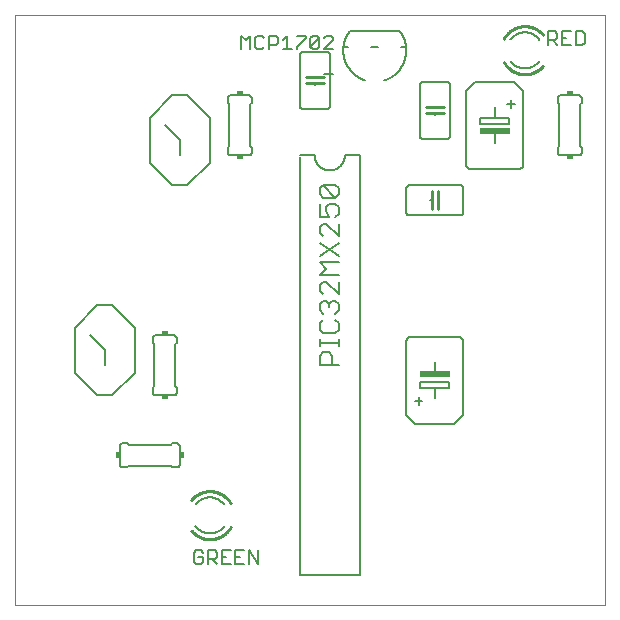
<source format=gto>
G75*
%MOIN*%
%OFA0B0*%
%FSLAX25Y25*%
%IPPOS*%
%LPD*%
%AMOC8*
5,1,8,0,0,1.08239X$1,22.5*
%
%ADD10C,0.00000*%
%ADD11C,0.00600*%
%ADD12C,0.01000*%
%ADD13R,0.10000X0.02000*%
%ADD14C,0.00500*%
%ADD15R,0.02000X0.01500*%
%ADD16R,0.01500X0.02000*%
%ADD17C,0.00800*%
%ADD18C,0.00700*%
D10*
X0001800Y0003333D02*
X0001800Y0200184D01*
X0198650Y0200184D01*
X0198650Y0003333D01*
X0001800Y0003333D01*
D11*
X0037800Y0049333D02*
X0039300Y0049333D01*
X0039800Y0049833D01*
X0053800Y0049833D01*
X0054300Y0049333D01*
X0055800Y0049333D01*
X0055860Y0049335D01*
X0055921Y0049340D01*
X0055980Y0049349D01*
X0056039Y0049362D01*
X0056098Y0049378D01*
X0056155Y0049398D01*
X0056210Y0049421D01*
X0056265Y0049448D01*
X0056317Y0049477D01*
X0056368Y0049510D01*
X0056417Y0049546D01*
X0056463Y0049584D01*
X0056507Y0049626D01*
X0056549Y0049670D01*
X0056587Y0049716D01*
X0056623Y0049765D01*
X0056656Y0049816D01*
X0056685Y0049868D01*
X0056712Y0049923D01*
X0056735Y0049978D01*
X0056755Y0050035D01*
X0056771Y0050094D01*
X0056784Y0050153D01*
X0056793Y0050212D01*
X0056798Y0050273D01*
X0056800Y0050333D01*
X0056800Y0056333D01*
X0056798Y0056393D01*
X0056793Y0056454D01*
X0056784Y0056513D01*
X0056771Y0056572D01*
X0056755Y0056631D01*
X0056735Y0056688D01*
X0056712Y0056743D01*
X0056685Y0056798D01*
X0056656Y0056850D01*
X0056623Y0056901D01*
X0056587Y0056950D01*
X0056549Y0056996D01*
X0056507Y0057040D01*
X0056463Y0057082D01*
X0056417Y0057120D01*
X0056368Y0057156D01*
X0056317Y0057189D01*
X0056265Y0057218D01*
X0056210Y0057245D01*
X0056155Y0057268D01*
X0056098Y0057288D01*
X0056039Y0057304D01*
X0055980Y0057317D01*
X0055921Y0057326D01*
X0055860Y0057331D01*
X0055800Y0057333D01*
X0054300Y0057333D01*
X0053800Y0056833D01*
X0039800Y0056833D01*
X0039300Y0057333D01*
X0037800Y0057333D01*
X0037740Y0057331D01*
X0037679Y0057326D01*
X0037620Y0057317D01*
X0037561Y0057304D01*
X0037502Y0057288D01*
X0037445Y0057268D01*
X0037390Y0057245D01*
X0037335Y0057218D01*
X0037283Y0057189D01*
X0037232Y0057156D01*
X0037183Y0057120D01*
X0037137Y0057082D01*
X0037093Y0057040D01*
X0037051Y0056996D01*
X0037013Y0056950D01*
X0036977Y0056901D01*
X0036944Y0056850D01*
X0036915Y0056798D01*
X0036888Y0056743D01*
X0036865Y0056688D01*
X0036845Y0056631D01*
X0036829Y0056572D01*
X0036816Y0056513D01*
X0036807Y0056454D01*
X0036802Y0056393D01*
X0036800Y0056333D01*
X0036800Y0050333D01*
X0036802Y0050273D01*
X0036807Y0050212D01*
X0036816Y0050153D01*
X0036829Y0050094D01*
X0036845Y0050035D01*
X0036865Y0049978D01*
X0036888Y0049923D01*
X0036915Y0049868D01*
X0036944Y0049816D01*
X0036977Y0049765D01*
X0037013Y0049716D01*
X0037051Y0049670D01*
X0037093Y0049626D01*
X0037137Y0049584D01*
X0037183Y0049546D01*
X0037232Y0049510D01*
X0037283Y0049477D01*
X0037335Y0049448D01*
X0037390Y0049421D01*
X0037445Y0049398D01*
X0037502Y0049378D01*
X0037561Y0049362D01*
X0037620Y0049349D01*
X0037679Y0049340D01*
X0037740Y0049335D01*
X0037800Y0049333D01*
X0048800Y0073333D02*
X0054800Y0073333D01*
X0054860Y0073335D01*
X0054921Y0073340D01*
X0054980Y0073349D01*
X0055039Y0073362D01*
X0055098Y0073378D01*
X0055155Y0073398D01*
X0055210Y0073421D01*
X0055265Y0073448D01*
X0055317Y0073477D01*
X0055368Y0073510D01*
X0055417Y0073546D01*
X0055463Y0073584D01*
X0055507Y0073626D01*
X0055549Y0073670D01*
X0055587Y0073716D01*
X0055623Y0073765D01*
X0055656Y0073816D01*
X0055685Y0073868D01*
X0055712Y0073923D01*
X0055735Y0073978D01*
X0055755Y0074035D01*
X0055771Y0074094D01*
X0055784Y0074153D01*
X0055793Y0074212D01*
X0055798Y0074273D01*
X0055800Y0074333D01*
X0055800Y0075833D01*
X0055300Y0076333D01*
X0055300Y0090333D01*
X0055800Y0090833D01*
X0055800Y0092333D01*
X0055798Y0092393D01*
X0055793Y0092454D01*
X0055784Y0092513D01*
X0055771Y0092572D01*
X0055755Y0092631D01*
X0055735Y0092688D01*
X0055712Y0092743D01*
X0055685Y0092798D01*
X0055656Y0092850D01*
X0055623Y0092901D01*
X0055587Y0092950D01*
X0055549Y0092996D01*
X0055507Y0093040D01*
X0055463Y0093082D01*
X0055417Y0093120D01*
X0055368Y0093156D01*
X0055317Y0093189D01*
X0055265Y0093218D01*
X0055210Y0093245D01*
X0055155Y0093268D01*
X0055098Y0093288D01*
X0055039Y0093304D01*
X0054980Y0093317D01*
X0054921Y0093326D01*
X0054860Y0093331D01*
X0054800Y0093333D01*
X0048800Y0093333D01*
X0048740Y0093331D01*
X0048679Y0093326D01*
X0048620Y0093317D01*
X0048561Y0093304D01*
X0048502Y0093288D01*
X0048445Y0093268D01*
X0048390Y0093245D01*
X0048335Y0093218D01*
X0048283Y0093189D01*
X0048232Y0093156D01*
X0048183Y0093120D01*
X0048137Y0093082D01*
X0048093Y0093040D01*
X0048051Y0092996D01*
X0048013Y0092950D01*
X0047977Y0092901D01*
X0047944Y0092850D01*
X0047915Y0092798D01*
X0047888Y0092743D01*
X0047865Y0092688D01*
X0047845Y0092631D01*
X0047829Y0092572D01*
X0047816Y0092513D01*
X0047807Y0092454D01*
X0047802Y0092393D01*
X0047800Y0092333D01*
X0047800Y0090833D01*
X0048300Y0090333D01*
X0048300Y0076333D01*
X0047800Y0075833D01*
X0047800Y0074333D01*
X0047802Y0074273D01*
X0047807Y0074212D01*
X0047816Y0074153D01*
X0047829Y0074094D01*
X0047845Y0074035D01*
X0047865Y0073978D01*
X0047888Y0073923D01*
X0047915Y0073868D01*
X0047944Y0073816D01*
X0047977Y0073765D01*
X0048013Y0073716D01*
X0048051Y0073670D01*
X0048093Y0073626D01*
X0048137Y0073584D01*
X0048183Y0073546D01*
X0048232Y0073510D01*
X0048283Y0073477D01*
X0048335Y0073448D01*
X0048390Y0073421D01*
X0048445Y0073398D01*
X0048502Y0073378D01*
X0048561Y0073362D01*
X0048620Y0073349D01*
X0048679Y0073340D01*
X0048740Y0073335D01*
X0048800Y0073333D01*
X0066800Y0039333D02*
X0066952Y0039331D01*
X0067103Y0039325D01*
X0067254Y0039316D01*
X0067406Y0039302D01*
X0067556Y0039285D01*
X0067706Y0039264D01*
X0067856Y0039239D01*
X0068005Y0039211D01*
X0068153Y0039178D01*
X0068300Y0039142D01*
X0068447Y0039103D01*
X0068592Y0039059D01*
X0068736Y0039012D01*
X0068879Y0038961D01*
X0069020Y0038907D01*
X0069161Y0038849D01*
X0069299Y0038788D01*
X0069436Y0038723D01*
X0069572Y0038654D01*
X0069705Y0038583D01*
X0069837Y0038508D01*
X0069967Y0038429D01*
X0070094Y0038348D01*
X0070220Y0038263D01*
X0070344Y0038175D01*
X0070465Y0038084D01*
X0070584Y0037990D01*
X0070700Y0037892D01*
X0070814Y0037792D01*
X0070926Y0037690D01*
X0071034Y0037584D01*
X0071140Y0037476D01*
X0071244Y0037365D01*
X0071344Y0037251D01*
X0071442Y0037135D01*
X0071536Y0037016D01*
X0066800Y0027333D02*
X0066646Y0027335D01*
X0066492Y0027341D01*
X0066338Y0027351D01*
X0066184Y0027365D01*
X0066031Y0027382D01*
X0065879Y0027404D01*
X0065727Y0027430D01*
X0065575Y0027459D01*
X0065425Y0027493D01*
X0065275Y0027530D01*
X0065127Y0027571D01*
X0064979Y0027616D01*
X0064833Y0027665D01*
X0064688Y0027717D01*
X0064545Y0027773D01*
X0064402Y0027833D01*
X0064262Y0027896D01*
X0064123Y0027963D01*
X0063986Y0028034D01*
X0063851Y0028108D01*
X0063718Y0028185D01*
X0063586Y0028266D01*
X0063457Y0028350D01*
X0063330Y0028438D01*
X0063206Y0028529D01*
X0063084Y0028622D01*
X0062964Y0028720D01*
X0062847Y0028820D01*
X0062732Y0028923D01*
X0062620Y0029029D01*
X0062511Y0029137D01*
X0062405Y0029249D01*
X0062301Y0029363D01*
X0062201Y0029480D01*
X0062103Y0029599D01*
X0062009Y0029721D01*
X0061918Y0029846D01*
X0066800Y0027333D02*
X0066950Y0027335D01*
X0067101Y0027341D01*
X0067251Y0027350D01*
X0067400Y0027363D01*
X0067550Y0027380D01*
X0067699Y0027401D01*
X0067847Y0027425D01*
X0067995Y0027453D01*
X0068142Y0027485D01*
X0068288Y0027520D01*
X0068433Y0027560D01*
X0068577Y0027602D01*
X0068720Y0027649D01*
X0068862Y0027699D01*
X0069003Y0027752D01*
X0069142Y0027809D01*
X0069280Y0027869D01*
X0069416Y0027933D01*
X0069550Y0028000D01*
X0069683Y0028071D01*
X0069814Y0028145D01*
X0069943Y0028222D01*
X0070070Y0028303D01*
X0070195Y0028386D01*
X0070318Y0028473D01*
X0070439Y0028562D01*
X0070557Y0028655D01*
X0070673Y0028751D01*
X0070787Y0028849D01*
X0070898Y0028950D01*
X0071007Y0029055D01*
X0071112Y0029161D01*
X0071216Y0029271D01*
X0071316Y0029383D01*
X0071414Y0029497D01*
X0071508Y0029614D01*
X0071600Y0029733D01*
X0066800Y0039333D02*
X0066648Y0039331D01*
X0066497Y0039325D01*
X0066346Y0039316D01*
X0066194Y0039302D01*
X0066044Y0039285D01*
X0065894Y0039264D01*
X0065744Y0039239D01*
X0065595Y0039211D01*
X0065447Y0039178D01*
X0065300Y0039142D01*
X0065153Y0039103D01*
X0065008Y0039059D01*
X0064864Y0039012D01*
X0064721Y0038961D01*
X0064580Y0038907D01*
X0064439Y0038849D01*
X0064301Y0038788D01*
X0064164Y0038723D01*
X0064028Y0038654D01*
X0063895Y0038583D01*
X0063763Y0038508D01*
X0063633Y0038429D01*
X0063506Y0038348D01*
X0063380Y0038263D01*
X0063256Y0038175D01*
X0063135Y0038084D01*
X0063016Y0037990D01*
X0062900Y0037892D01*
X0062786Y0037792D01*
X0062674Y0037690D01*
X0062566Y0037584D01*
X0062460Y0037476D01*
X0062356Y0037365D01*
X0062256Y0037251D01*
X0062158Y0037135D01*
X0062064Y0037016D01*
X0096800Y0013333D02*
X0096800Y0152833D01*
X0096800Y0153333D02*
X0101800Y0153333D01*
X0101802Y0153193D01*
X0101808Y0153053D01*
X0101818Y0152913D01*
X0101831Y0152773D01*
X0101849Y0152634D01*
X0101871Y0152495D01*
X0101896Y0152358D01*
X0101925Y0152220D01*
X0101958Y0152084D01*
X0101995Y0151949D01*
X0102036Y0151815D01*
X0102081Y0151682D01*
X0102129Y0151550D01*
X0102181Y0151420D01*
X0102236Y0151291D01*
X0102295Y0151164D01*
X0102358Y0151038D01*
X0102424Y0150914D01*
X0102493Y0150793D01*
X0102566Y0150673D01*
X0102643Y0150555D01*
X0102722Y0150440D01*
X0102805Y0150326D01*
X0102891Y0150216D01*
X0102980Y0150107D01*
X0103072Y0150001D01*
X0103167Y0149898D01*
X0103264Y0149797D01*
X0103365Y0149700D01*
X0103468Y0149605D01*
X0103574Y0149513D01*
X0103683Y0149424D01*
X0103793Y0149338D01*
X0103907Y0149255D01*
X0104022Y0149176D01*
X0104140Y0149099D01*
X0104260Y0149026D01*
X0104381Y0148957D01*
X0104505Y0148891D01*
X0104631Y0148828D01*
X0104758Y0148769D01*
X0104887Y0148714D01*
X0105017Y0148662D01*
X0105149Y0148614D01*
X0105282Y0148569D01*
X0105416Y0148528D01*
X0105551Y0148491D01*
X0105687Y0148458D01*
X0105825Y0148429D01*
X0105962Y0148404D01*
X0106101Y0148382D01*
X0106240Y0148364D01*
X0106380Y0148351D01*
X0106520Y0148341D01*
X0106660Y0148335D01*
X0106800Y0148333D01*
X0106940Y0148335D01*
X0107080Y0148341D01*
X0107220Y0148351D01*
X0107360Y0148364D01*
X0107499Y0148382D01*
X0107638Y0148404D01*
X0107775Y0148429D01*
X0107913Y0148458D01*
X0108049Y0148491D01*
X0108184Y0148528D01*
X0108318Y0148569D01*
X0108451Y0148614D01*
X0108583Y0148662D01*
X0108713Y0148714D01*
X0108842Y0148769D01*
X0108969Y0148828D01*
X0109095Y0148891D01*
X0109219Y0148957D01*
X0109340Y0149026D01*
X0109460Y0149099D01*
X0109578Y0149176D01*
X0109693Y0149255D01*
X0109807Y0149338D01*
X0109917Y0149424D01*
X0110026Y0149513D01*
X0110132Y0149605D01*
X0110235Y0149700D01*
X0110336Y0149797D01*
X0110433Y0149898D01*
X0110528Y0150001D01*
X0110620Y0150107D01*
X0110709Y0150216D01*
X0110795Y0150326D01*
X0110878Y0150440D01*
X0110957Y0150555D01*
X0111034Y0150673D01*
X0111107Y0150793D01*
X0111176Y0150914D01*
X0111242Y0151038D01*
X0111305Y0151164D01*
X0111364Y0151291D01*
X0111419Y0151420D01*
X0111471Y0151550D01*
X0111519Y0151682D01*
X0111564Y0151815D01*
X0111605Y0151949D01*
X0111642Y0152084D01*
X0111675Y0152220D01*
X0111704Y0152358D01*
X0111729Y0152495D01*
X0111751Y0152634D01*
X0111769Y0152773D01*
X0111782Y0152913D01*
X0111792Y0153053D01*
X0111798Y0153193D01*
X0111800Y0153333D01*
X0116800Y0153333D01*
X0116800Y0013333D01*
X0096800Y0013333D01*
X0135300Y0063833D02*
X0148300Y0063833D01*
X0151300Y0066833D01*
X0151300Y0091333D01*
X0151298Y0091409D01*
X0151292Y0091485D01*
X0151283Y0091560D01*
X0151269Y0091635D01*
X0151252Y0091709D01*
X0151231Y0091782D01*
X0151207Y0091854D01*
X0151178Y0091925D01*
X0151147Y0091994D01*
X0151112Y0092061D01*
X0151073Y0092126D01*
X0151031Y0092190D01*
X0150986Y0092251D01*
X0150938Y0092310D01*
X0150887Y0092366D01*
X0150833Y0092420D01*
X0150777Y0092471D01*
X0150718Y0092519D01*
X0150657Y0092564D01*
X0150593Y0092606D01*
X0150528Y0092645D01*
X0150461Y0092680D01*
X0150392Y0092711D01*
X0150321Y0092740D01*
X0150249Y0092764D01*
X0150176Y0092785D01*
X0150102Y0092802D01*
X0150027Y0092816D01*
X0149952Y0092825D01*
X0149876Y0092831D01*
X0149800Y0092833D01*
X0133800Y0092833D01*
X0133724Y0092831D01*
X0133648Y0092825D01*
X0133573Y0092816D01*
X0133498Y0092802D01*
X0133424Y0092785D01*
X0133351Y0092764D01*
X0133279Y0092740D01*
X0133208Y0092711D01*
X0133139Y0092680D01*
X0133072Y0092645D01*
X0133007Y0092606D01*
X0132943Y0092564D01*
X0132882Y0092519D01*
X0132823Y0092471D01*
X0132767Y0092420D01*
X0132713Y0092366D01*
X0132662Y0092310D01*
X0132614Y0092251D01*
X0132569Y0092190D01*
X0132527Y0092126D01*
X0132488Y0092061D01*
X0132453Y0091994D01*
X0132422Y0091925D01*
X0132393Y0091854D01*
X0132369Y0091782D01*
X0132348Y0091709D01*
X0132331Y0091635D01*
X0132317Y0091560D01*
X0132308Y0091485D01*
X0132302Y0091409D01*
X0132300Y0091333D01*
X0132300Y0066833D01*
X0135300Y0063833D01*
X0136400Y0070033D02*
X0136400Y0072633D01*
X0135200Y0071333D02*
X0137700Y0071333D01*
X0141800Y0072333D02*
X0141800Y0075833D01*
X0137000Y0075833D01*
X0137000Y0077833D01*
X0146600Y0077833D01*
X0146600Y0075833D01*
X0141800Y0075833D01*
X0141800Y0080833D02*
X0141800Y0084333D01*
X0150300Y0133333D02*
X0133300Y0133333D01*
X0133240Y0133335D01*
X0133179Y0133340D01*
X0133120Y0133349D01*
X0133061Y0133362D01*
X0133002Y0133378D01*
X0132945Y0133398D01*
X0132890Y0133421D01*
X0132835Y0133448D01*
X0132783Y0133477D01*
X0132732Y0133510D01*
X0132683Y0133546D01*
X0132637Y0133584D01*
X0132593Y0133626D01*
X0132551Y0133670D01*
X0132513Y0133716D01*
X0132477Y0133765D01*
X0132444Y0133816D01*
X0132415Y0133868D01*
X0132388Y0133923D01*
X0132365Y0133978D01*
X0132345Y0134035D01*
X0132329Y0134094D01*
X0132316Y0134153D01*
X0132307Y0134212D01*
X0132302Y0134273D01*
X0132300Y0134333D01*
X0132300Y0142333D01*
X0132302Y0142393D01*
X0132307Y0142454D01*
X0132316Y0142513D01*
X0132329Y0142572D01*
X0132345Y0142631D01*
X0132365Y0142688D01*
X0132388Y0142743D01*
X0132415Y0142798D01*
X0132444Y0142850D01*
X0132477Y0142901D01*
X0132513Y0142950D01*
X0132551Y0142996D01*
X0132593Y0143040D01*
X0132637Y0143082D01*
X0132683Y0143120D01*
X0132732Y0143156D01*
X0132783Y0143189D01*
X0132835Y0143218D01*
X0132890Y0143245D01*
X0132945Y0143268D01*
X0133002Y0143288D01*
X0133061Y0143304D01*
X0133120Y0143317D01*
X0133179Y0143326D01*
X0133240Y0143331D01*
X0133300Y0143333D01*
X0150300Y0143333D01*
X0150360Y0143331D01*
X0150421Y0143326D01*
X0150480Y0143317D01*
X0150539Y0143304D01*
X0150598Y0143288D01*
X0150655Y0143268D01*
X0150710Y0143245D01*
X0150765Y0143218D01*
X0150817Y0143189D01*
X0150868Y0143156D01*
X0150917Y0143120D01*
X0150963Y0143082D01*
X0151007Y0143040D01*
X0151049Y0142996D01*
X0151087Y0142950D01*
X0151123Y0142901D01*
X0151156Y0142850D01*
X0151185Y0142798D01*
X0151212Y0142743D01*
X0151235Y0142688D01*
X0151255Y0142631D01*
X0151271Y0142572D01*
X0151284Y0142513D01*
X0151293Y0142454D01*
X0151298Y0142393D01*
X0151300Y0142333D01*
X0151300Y0134333D01*
X0151298Y0134273D01*
X0151293Y0134212D01*
X0151284Y0134153D01*
X0151271Y0134094D01*
X0151255Y0134035D01*
X0151235Y0133978D01*
X0151212Y0133923D01*
X0151185Y0133868D01*
X0151156Y0133816D01*
X0151123Y0133765D01*
X0151087Y0133716D01*
X0151049Y0133670D01*
X0151007Y0133626D01*
X0150963Y0133584D01*
X0150917Y0133546D01*
X0150868Y0133510D01*
X0150817Y0133477D01*
X0150765Y0133448D01*
X0150710Y0133421D01*
X0150655Y0133398D01*
X0150598Y0133378D01*
X0150539Y0133362D01*
X0150480Y0133349D01*
X0150421Y0133340D01*
X0150360Y0133335D01*
X0150300Y0133333D01*
X0143300Y0138333D02*
X0142800Y0138333D01*
X0140800Y0138333D02*
X0140300Y0138333D01*
X0152300Y0150333D02*
X0152300Y0174833D01*
X0155300Y0177833D01*
X0168300Y0177833D01*
X0171300Y0174833D01*
X0171300Y0150333D01*
X0171298Y0150257D01*
X0171292Y0150181D01*
X0171283Y0150106D01*
X0171269Y0150031D01*
X0171252Y0149957D01*
X0171231Y0149884D01*
X0171207Y0149812D01*
X0171178Y0149741D01*
X0171147Y0149672D01*
X0171112Y0149605D01*
X0171073Y0149540D01*
X0171031Y0149476D01*
X0170986Y0149415D01*
X0170938Y0149356D01*
X0170887Y0149300D01*
X0170833Y0149246D01*
X0170777Y0149195D01*
X0170718Y0149147D01*
X0170657Y0149102D01*
X0170593Y0149060D01*
X0170528Y0149021D01*
X0170461Y0148986D01*
X0170392Y0148955D01*
X0170321Y0148926D01*
X0170249Y0148902D01*
X0170176Y0148881D01*
X0170102Y0148864D01*
X0170027Y0148850D01*
X0169952Y0148841D01*
X0169876Y0148835D01*
X0169800Y0148833D01*
X0153800Y0148833D01*
X0153724Y0148835D01*
X0153648Y0148841D01*
X0153573Y0148850D01*
X0153498Y0148864D01*
X0153424Y0148881D01*
X0153351Y0148902D01*
X0153279Y0148926D01*
X0153208Y0148955D01*
X0153139Y0148986D01*
X0153072Y0149021D01*
X0153007Y0149060D01*
X0152943Y0149102D01*
X0152882Y0149147D01*
X0152823Y0149195D01*
X0152767Y0149246D01*
X0152713Y0149300D01*
X0152662Y0149356D01*
X0152614Y0149415D01*
X0152569Y0149476D01*
X0152527Y0149540D01*
X0152488Y0149605D01*
X0152453Y0149672D01*
X0152422Y0149741D01*
X0152393Y0149812D01*
X0152369Y0149884D01*
X0152348Y0149957D01*
X0152331Y0150031D01*
X0152317Y0150106D01*
X0152308Y0150181D01*
X0152302Y0150257D01*
X0152300Y0150333D01*
X0145800Y0158833D02*
X0137800Y0158833D01*
X0137740Y0158835D01*
X0137679Y0158840D01*
X0137620Y0158849D01*
X0137561Y0158862D01*
X0137502Y0158878D01*
X0137445Y0158898D01*
X0137390Y0158921D01*
X0137335Y0158948D01*
X0137283Y0158977D01*
X0137232Y0159010D01*
X0137183Y0159046D01*
X0137137Y0159084D01*
X0137093Y0159126D01*
X0137051Y0159170D01*
X0137013Y0159216D01*
X0136977Y0159265D01*
X0136944Y0159316D01*
X0136915Y0159368D01*
X0136888Y0159423D01*
X0136865Y0159478D01*
X0136845Y0159535D01*
X0136829Y0159594D01*
X0136816Y0159653D01*
X0136807Y0159712D01*
X0136802Y0159773D01*
X0136800Y0159833D01*
X0136800Y0176833D01*
X0136802Y0176893D01*
X0136807Y0176954D01*
X0136816Y0177013D01*
X0136829Y0177072D01*
X0136845Y0177131D01*
X0136865Y0177188D01*
X0136888Y0177243D01*
X0136915Y0177298D01*
X0136944Y0177350D01*
X0136977Y0177401D01*
X0137013Y0177450D01*
X0137051Y0177496D01*
X0137093Y0177540D01*
X0137137Y0177582D01*
X0137183Y0177620D01*
X0137232Y0177656D01*
X0137283Y0177689D01*
X0137335Y0177718D01*
X0137390Y0177745D01*
X0137445Y0177768D01*
X0137502Y0177788D01*
X0137561Y0177804D01*
X0137620Y0177817D01*
X0137679Y0177826D01*
X0137740Y0177831D01*
X0137800Y0177833D01*
X0145800Y0177833D01*
X0145860Y0177831D01*
X0145921Y0177826D01*
X0145980Y0177817D01*
X0146039Y0177804D01*
X0146098Y0177788D01*
X0146155Y0177768D01*
X0146210Y0177745D01*
X0146265Y0177718D01*
X0146317Y0177689D01*
X0146368Y0177656D01*
X0146417Y0177620D01*
X0146463Y0177582D01*
X0146507Y0177540D01*
X0146549Y0177496D01*
X0146587Y0177450D01*
X0146623Y0177401D01*
X0146656Y0177350D01*
X0146685Y0177298D01*
X0146712Y0177243D01*
X0146735Y0177188D01*
X0146755Y0177131D01*
X0146771Y0177072D01*
X0146784Y0177013D01*
X0146793Y0176954D01*
X0146798Y0176893D01*
X0146800Y0176833D01*
X0146800Y0159833D01*
X0146798Y0159773D01*
X0146793Y0159712D01*
X0146784Y0159653D01*
X0146771Y0159594D01*
X0146755Y0159535D01*
X0146735Y0159478D01*
X0146712Y0159423D01*
X0146685Y0159368D01*
X0146656Y0159316D01*
X0146623Y0159265D01*
X0146587Y0159216D01*
X0146549Y0159170D01*
X0146507Y0159126D01*
X0146463Y0159084D01*
X0146417Y0159046D01*
X0146368Y0159010D01*
X0146317Y0158977D01*
X0146265Y0158948D01*
X0146210Y0158921D01*
X0146155Y0158898D01*
X0146098Y0158878D01*
X0146039Y0158862D01*
X0145980Y0158849D01*
X0145921Y0158840D01*
X0145860Y0158835D01*
X0145800Y0158833D01*
X0141800Y0166833D02*
X0141800Y0167333D01*
X0141800Y0169333D02*
X0141800Y0169833D01*
X0157000Y0165833D02*
X0157000Y0163833D01*
X0166600Y0163833D01*
X0166600Y0165833D01*
X0161800Y0165833D01*
X0157000Y0165833D01*
X0161800Y0165833D02*
X0161800Y0169333D01*
X0165900Y0170333D02*
X0168400Y0170333D01*
X0167200Y0169033D02*
X0167200Y0171633D01*
X0161800Y0160833D02*
X0161800Y0157333D01*
X0182800Y0155833D02*
X0182800Y0154333D01*
X0182802Y0154273D01*
X0182807Y0154212D01*
X0182816Y0154153D01*
X0182829Y0154094D01*
X0182845Y0154035D01*
X0182865Y0153978D01*
X0182888Y0153923D01*
X0182915Y0153868D01*
X0182944Y0153816D01*
X0182977Y0153765D01*
X0183013Y0153716D01*
X0183051Y0153670D01*
X0183093Y0153626D01*
X0183137Y0153584D01*
X0183183Y0153546D01*
X0183232Y0153510D01*
X0183283Y0153477D01*
X0183335Y0153448D01*
X0183390Y0153421D01*
X0183445Y0153398D01*
X0183502Y0153378D01*
X0183561Y0153362D01*
X0183620Y0153349D01*
X0183679Y0153340D01*
X0183740Y0153335D01*
X0183800Y0153333D01*
X0189800Y0153333D01*
X0189860Y0153335D01*
X0189921Y0153340D01*
X0189980Y0153349D01*
X0190039Y0153362D01*
X0190098Y0153378D01*
X0190155Y0153398D01*
X0190210Y0153421D01*
X0190265Y0153448D01*
X0190317Y0153477D01*
X0190368Y0153510D01*
X0190417Y0153546D01*
X0190463Y0153584D01*
X0190507Y0153626D01*
X0190549Y0153670D01*
X0190587Y0153716D01*
X0190623Y0153765D01*
X0190656Y0153816D01*
X0190685Y0153868D01*
X0190712Y0153923D01*
X0190735Y0153978D01*
X0190755Y0154035D01*
X0190771Y0154094D01*
X0190784Y0154153D01*
X0190793Y0154212D01*
X0190798Y0154273D01*
X0190800Y0154333D01*
X0190800Y0155833D01*
X0190300Y0156333D01*
X0190300Y0170333D01*
X0190800Y0170833D01*
X0190800Y0172333D01*
X0190798Y0172393D01*
X0190793Y0172454D01*
X0190784Y0172513D01*
X0190771Y0172572D01*
X0190755Y0172631D01*
X0190735Y0172688D01*
X0190712Y0172743D01*
X0190685Y0172798D01*
X0190656Y0172850D01*
X0190623Y0172901D01*
X0190587Y0172950D01*
X0190549Y0172996D01*
X0190507Y0173040D01*
X0190463Y0173082D01*
X0190417Y0173120D01*
X0190368Y0173156D01*
X0190317Y0173189D01*
X0190265Y0173218D01*
X0190210Y0173245D01*
X0190155Y0173268D01*
X0190098Y0173288D01*
X0190039Y0173304D01*
X0189980Y0173317D01*
X0189921Y0173326D01*
X0189860Y0173331D01*
X0189800Y0173333D01*
X0183800Y0173333D01*
X0183740Y0173331D01*
X0183679Y0173326D01*
X0183620Y0173317D01*
X0183561Y0173304D01*
X0183502Y0173288D01*
X0183445Y0173268D01*
X0183390Y0173245D01*
X0183335Y0173218D01*
X0183283Y0173189D01*
X0183232Y0173156D01*
X0183183Y0173120D01*
X0183137Y0173082D01*
X0183093Y0173040D01*
X0183051Y0172996D01*
X0183013Y0172950D01*
X0182977Y0172901D01*
X0182944Y0172850D01*
X0182915Y0172798D01*
X0182888Y0172743D01*
X0182865Y0172688D01*
X0182845Y0172631D01*
X0182829Y0172572D01*
X0182816Y0172513D01*
X0182807Y0172454D01*
X0182802Y0172393D01*
X0182800Y0172333D01*
X0182800Y0170833D01*
X0183300Y0170333D01*
X0183300Y0156333D01*
X0182800Y0155833D01*
X0167000Y0191933D02*
X0167092Y0192052D01*
X0167186Y0192169D01*
X0167284Y0192283D01*
X0167384Y0192395D01*
X0167488Y0192505D01*
X0167593Y0192611D01*
X0167702Y0192716D01*
X0167813Y0192817D01*
X0167927Y0192915D01*
X0168043Y0193011D01*
X0168161Y0193104D01*
X0168282Y0193193D01*
X0168405Y0193280D01*
X0168530Y0193363D01*
X0168657Y0193444D01*
X0168786Y0193521D01*
X0168917Y0193595D01*
X0169050Y0193666D01*
X0169184Y0193733D01*
X0169320Y0193797D01*
X0169458Y0193857D01*
X0169597Y0193914D01*
X0169738Y0193967D01*
X0169880Y0194017D01*
X0170023Y0194064D01*
X0170167Y0194106D01*
X0170312Y0194146D01*
X0170458Y0194181D01*
X0170605Y0194213D01*
X0170753Y0194241D01*
X0170901Y0194265D01*
X0171050Y0194286D01*
X0171200Y0194303D01*
X0171349Y0194316D01*
X0171499Y0194325D01*
X0171650Y0194331D01*
X0171800Y0194333D01*
X0167064Y0184650D02*
X0167158Y0184531D01*
X0167256Y0184415D01*
X0167356Y0184301D01*
X0167460Y0184190D01*
X0167566Y0184082D01*
X0167674Y0183976D01*
X0167786Y0183874D01*
X0167900Y0183774D01*
X0168016Y0183676D01*
X0168135Y0183582D01*
X0168256Y0183491D01*
X0168380Y0183403D01*
X0168506Y0183318D01*
X0168633Y0183237D01*
X0168763Y0183158D01*
X0168895Y0183083D01*
X0169028Y0183012D01*
X0169164Y0182943D01*
X0169301Y0182878D01*
X0169439Y0182817D01*
X0169580Y0182759D01*
X0169721Y0182705D01*
X0169864Y0182654D01*
X0170008Y0182607D01*
X0170153Y0182563D01*
X0170300Y0182524D01*
X0170447Y0182488D01*
X0170595Y0182455D01*
X0170744Y0182427D01*
X0170894Y0182402D01*
X0171044Y0182381D01*
X0171194Y0182364D01*
X0171346Y0182350D01*
X0171497Y0182341D01*
X0171648Y0182335D01*
X0171800Y0182333D01*
X0176682Y0191820D02*
X0176591Y0191945D01*
X0176497Y0192067D01*
X0176399Y0192186D01*
X0176299Y0192303D01*
X0176195Y0192417D01*
X0176089Y0192529D01*
X0175980Y0192637D01*
X0175868Y0192743D01*
X0175753Y0192846D01*
X0175636Y0192946D01*
X0175516Y0193044D01*
X0175394Y0193137D01*
X0175270Y0193228D01*
X0175143Y0193316D01*
X0175014Y0193400D01*
X0174882Y0193481D01*
X0174749Y0193558D01*
X0174614Y0193632D01*
X0174477Y0193703D01*
X0174338Y0193770D01*
X0174198Y0193833D01*
X0174055Y0193893D01*
X0173912Y0193949D01*
X0173767Y0194001D01*
X0173621Y0194050D01*
X0173473Y0194095D01*
X0173325Y0194136D01*
X0173175Y0194173D01*
X0173025Y0194207D01*
X0172873Y0194236D01*
X0172721Y0194262D01*
X0172569Y0194284D01*
X0172416Y0194301D01*
X0172262Y0194315D01*
X0172108Y0194325D01*
X0171954Y0194331D01*
X0171800Y0194333D01*
X0176536Y0184650D02*
X0176442Y0184531D01*
X0176344Y0184415D01*
X0176244Y0184301D01*
X0176140Y0184190D01*
X0176034Y0184082D01*
X0175926Y0183976D01*
X0175814Y0183874D01*
X0175700Y0183774D01*
X0175584Y0183676D01*
X0175465Y0183582D01*
X0175344Y0183491D01*
X0175220Y0183403D01*
X0175094Y0183318D01*
X0174967Y0183237D01*
X0174837Y0183158D01*
X0174705Y0183083D01*
X0174572Y0183012D01*
X0174436Y0182943D01*
X0174299Y0182878D01*
X0174161Y0182817D01*
X0174020Y0182759D01*
X0173879Y0182705D01*
X0173736Y0182654D01*
X0173592Y0182607D01*
X0173447Y0182563D01*
X0173300Y0182524D01*
X0173153Y0182488D01*
X0173005Y0182455D01*
X0172856Y0182427D01*
X0172706Y0182402D01*
X0172556Y0182381D01*
X0172406Y0182364D01*
X0172254Y0182350D01*
X0172103Y0182341D01*
X0171952Y0182335D01*
X0171800Y0182333D01*
X0106800Y0186833D02*
X0106800Y0169833D01*
X0106798Y0169773D01*
X0106793Y0169712D01*
X0106784Y0169653D01*
X0106771Y0169594D01*
X0106755Y0169535D01*
X0106735Y0169478D01*
X0106712Y0169423D01*
X0106685Y0169368D01*
X0106656Y0169316D01*
X0106623Y0169265D01*
X0106587Y0169216D01*
X0106549Y0169170D01*
X0106507Y0169126D01*
X0106463Y0169084D01*
X0106417Y0169046D01*
X0106368Y0169010D01*
X0106317Y0168977D01*
X0106265Y0168948D01*
X0106210Y0168921D01*
X0106155Y0168898D01*
X0106098Y0168878D01*
X0106039Y0168862D01*
X0105980Y0168849D01*
X0105921Y0168840D01*
X0105860Y0168835D01*
X0105800Y0168833D01*
X0097800Y0168833D01*
X0097740Y0168835D01*
X0097679Y0168840D01*
X0097620Y0168849D01*
X0097561Y0168862D01*
X0097502Y0168878D01*
X0097445Y0168898D01*
X0097390Y0168921D01*
X0097335Y0168948D01*
X0097283Y0168977D01*
X0097232Y0169010D01*
X0097183Y0169046D01*
X0097137Y0169084D01*
X0097093Y0169126D01*
X0097051Y0169170D01*
X0097013Y0169216D01*
X0096977Y0169265D01*
X0096944Y0169316D01*
X0096915Y0169368D01*
X0096888Y0169423D01*
X0096865Y0169478D01*
X0096845Y0169535D01*
X0096829Y0169594D01*
X0096816Y0169653D01*
X0096807Y0169712D01*
X0096802Y0169773D01*
X0096800Y0169833D01*
X0096800Y0186833D01*
X0096802Y0186893D01*
X0096807Y0186954D01*
X0096816Y0187013D01*
X0096829Y0187072D01*
X0096845Y0187131D01*
X0096865Y0187188D01*
X0096888Y0187243D01*
X0096915Y0187298D01*
X0096944Y0187350D01*
X0096977Y0187401D01*
X0097013Y0187450D01*
X0097051Y0187496D01*
X0097093Y0187540D01*
X0097137Y0187582D01*
X0097183Y0187620D01*
X0097232Y0187656D01*
X0097283Y0187689D01*
X0097335Y0187718D01*
X0097390Y0187745D01*
X0097445Y0187768D01*
X0097502Y0187788D01*
X0097561Y0187804D01*
X0097620Y0187817D01*
X0097679Y0187826D01*
X0097740Y0187831D01*
X0097800Y0187833D01*
X0105800Y0187833D01*
X0105860Y0187831D01*
X0105921Y0187826D01*
X0105980Y0187817D01*
X0106039Y0187804D01*
X0106098Y0187788D01*
X0106155Y0187768D01*
X0106210Y0187745D01*
X0106265Y0187718D01*
X0106317Y0187689D01*
X0106368Y0187656D01*
X0106417Y0187620D01*
X0106463Y0187582D01*
X0106507Y0187540D01*
X0106549Y0187496D01*
X0106587Y0187450D01*
X0106623Y0187401D01*
X0106656Y0187350D01*
X0106685Y0187298D01*
X0106712Y0187243D01*
X0106735Y0187188D01*
X0106755Y0187131D01*
X0106771Y0187072D01*
X0106784Y0187013D01*
X0106793Y0186954D01*
X0106798Y0186893D01*
X0106800Y0186833D01*
X0101800Y0179833D02*
X0101800Y0179333D01*
X0101800Y0177333D02*
X0101800Y0176833D01*
X0080800Y0172333D02*
X0080800Y0170833D01*
X0080300Y0170333D01*
X0080300Y0156333D01*
X0080800Y0155833D01*
X0080800Y0154333D01*
X0080798Y0154273D01*
X0080793Y0154212D01*
X0080784Y0154153D01*
X0080771Y0154094D01*
X0080755Y0154035D01*
X0080735Y0153978D01*
X0080712Y0153923D01*
X0080685Y0153868D01*
X0080656Y0153816D01*
X0080623Y0153765D01*
X0080587Y0153716D01*
X0080549Y0153670D01*
X0080507Y0153626D01*
X0080463Y0153584D01*
X0080417Y0153546D01*
X0080368Y0153510D01*
X0080317Y0153477D01*
X0080265Y0153448D01*
X0080210Y0153421D01*
X0080155Y0153398D01*
X0080098Y0153378D01*
X0080039Y0153362D01*
X0079980Y0153349D01*
X0079921Y0153340D01*
X0079860Y0153335D01*
X0079800Y0153333D01*
X0073800Y0153333D01*
X0073740Y0153335D01*
X0073679Y0153340D01*
X0073620Y0153349D01*
X0073561Y0153362D01*
X0073502Y0153378D01*
X0073445Y0153398D01*
X0073390Y0153421D01*
X0073335Y0153448D01*
X0073283Y0153477D01*
X0073232Y0153510D01*
X0073183Y0153546D01*
X0073137Y0153584D01*
X0073093Y0153626D01*
X0073051Y0153670D01*
X0073013Y0153716D01*
X0072977Y0153765D01*
X0072944Y0153816D01*
X0072915Y0153868D01*
X0072888Y0153923D01*
X0072865Y0153978D01*
X0072845Y0154035D01*
X0072829Y0154094D01*
X0072816Y0154153D01*
X0072807Y0154212D01*
X0072802Y0154273D01*
X0072800Y0154333D01*
X0072800Y0155833D01*
X0073300Y0156333D01*
X0073300Y0170333D01*
X0072800Y0170833D01*
X0072800Y0172333D01*
X0072802Y0172393D01*
X0072807Y0172454D01*
X0072816Y0172513D01*
X0072829Y0172572D01*
X0072845Y0172631D01*
X0072865Y0172688D01*
X0072888Y0172743D01*
X0072915Y0172798D01*
X0072944Y0172850D01*
X0072977Y0172901D01*
X0073013Y0172950D01*
X0073051Y0172996D01*
X0073093Y0173040D01*
X0073137Y0173082D01*
X0073183Y0173120D01*
X0073232Y0173156D01*
X0073283Y0173189D01*
X0073335Y0173218D01*
X0073390Y0173245D01*
X0073445Y0173268D01*
X0073502Y0173288D01*
X0073561Y0173304D01*
X0073620Y0173317D01*
X0073679Y0173326D01*
X0073740Y0173331D01*
X0073800Y0173333D01*
X0079800Y0173333D01*
X0079860Y0173331D01*
X0079921Y0173326D01*
X0079980Y0173317D01*
X0080039Y0173304D01*
X0080098Y0173288D01*
X0080155Y0173268D01*
X0080210Y0173245D01*
X0080265Y0173218D01*
X0080317Y0173189D01*
X0080368Y0173156D01*
X0080417Y0173120D01*
X0080463Y0173082D01*
X0080507Y0173040D01*
X0080549Y0172996D01*
X0080587Y0172950D01*
X0080623Y0172901D01*
X0080656Y0172850D01*
X0080685Y0172798D01*
X0080712Y0172743D01*
X0080735Y0172688D01*
X0080755Y0172631D01*
X0080771Y0172572D01*
X0080784Y0172513D01*
X0080793Y0172454D01*
X0080798Y0172393D01*
X0080800Y0172333D01*
D12*
X0098800Y0177333D02*
X0101800Y0177333D01*
X0104800Y0177333D01*
X0104800Y0179333D02*
X0101800Y0179333D01*
X0098800Y0179333D01*
X0138800Y0169333D02*
X0141800Y0169333D01*
X0144800Y0169333D01*
X0144800Y0167333D02*
X0141800Y0167333D01*
X0138800Y0167333D01*
X0140800Y0141333D02*
X0140800Y0138333D01*
X0140800Y0135333D01*
X0142800Y0135333D02*
X0142800Y0138333D01*
X0142800Y0141333D01*
X0164854Y0184364D02*
X0164953Y0184195D01*
X0165057Y0184029D01*
X0165164Y0183865D01*
X0165275Y0183704D01*
X0165390Y0183546D01*
X0165509Y0183391D01*
X0165632Y0183238D01*
X0165758Y0183089D01*
X0165888Y0182943D01*
X0166022Y0182800D01*
X0166159Y0182660D01*
X0166299Y0182524D01*
X0166443Y0182391D01*
X0166590Y0182262D01*
X0166740Y0182136D01*
X0166893Y0182015D01*
X0167049Y0181896D01*
X0167208Y0181782D01*
X0167369Y0181672D01*
X0167534Y0181566D01*
X0167700Y0181463D01*
X0167870Y0181365D01*
X0168041Y0181271D01*
X0168215Y0181181D01*
X0168391Y0181096D01*
X0168569Y0181014D01*
X0168749Y0180938D01*
X0168931Y0180865D01*
X0169114Y0180797D01*
X0169299Y0180734D01*
X0169486Y0180675D01*
X0169674Y0180621D01*
X0169863Y0180571D01*
X0170053Y0180526D01*
X0170245Y0180486D01*
X0170437Y0180450D01*
X0170630Y0180419D01*
X0170824Y0180393D01*
X0171019Y0180371D01*
X0171214Y0180355D01*
X0171409Y0180343D01*
X0171605Y0180335D01*
X0171800Y0180333D01*
X0164741Y0192098D02*
X0164834Y0192266D01*
X0164930Y0192432D01*
X0165030Y0192596D01*
X0165135Y0192757D01*
X0165243Y0192916D01*
X0165355Y0193072D01*
X0165471Y0193226D01*
X0165590Y0193376D01*
X0165713Y0193524D01*
X0165839Y0193669D01*
X0165969Y0193810D01*
X0166102Y0193949D01*
X0166239Y0194084D01*
X0166379Y0194216D01*
X0166521Y0194344D01*
X0166667Y0194469D01*
X0166816Y0194591D01*
X0166968Y0194709D01*
X0167122Y0194823D01*
X0167280Y0194933D01*
X0167439Y0195040D01*
X0167602Y0195143D01*
X0167767Y0195242D01*
X0167934Y0195337D01*
X0168103Y0195427D01*
X0168274Y0195514D01*
X0168448Y0195597D01*
X0168623Y0195675D01*
X0168801Y0195749D01*
X0168980Y0195819D01*
X0169160Y0195885D01*
X0169342Y0195946D01*
X0169526Y0196003D01*
X0169711Y0196055D01*
X0169897Y0196103D01*
X0170084Y0196147D01*
X0170272Y0196186D01*
X0170461Y0196220D01*
X0170651Y0196250D01*
X0170841Y0196275D01*
X0171032Y0196296D01*
X0171224Y0196312D01*
X0171416Y0196324D01*
X0171608Y0196331D01*
X0171800Y0196333D01*
X0177907Y0183165D02*
X0177780Y0183019D01*
X0177651Y0182877D01*
X0177517Y0182737D01*
X0177381Y0182601D01*
X0177241Y0182468D01*
X0177098Y0182338D01*
X0176951Y0182212D01*
X0176802Y0182090D01*
X0176650Y0181971D01*
X0176495Y0181856D01*
X0176338Y0181744D01*
X0176178Y0181637D01*
X0176015Y0181533D01*
X0175849Y0181434D01*
X0175682Y0181338D01*
X0175512Y0181246D01*
X0175340Y0181159D01*
X0175166Y0181075D01*
X0174990Y0180996D01*
X0174812Y0180922D01*
X0174632Y0180851D01*
X0174451Y0180785D01*
X0174268Y0180723D01*
X0174084Y0180666D01*
X0173898Y0180613D01*
X0173711Y0180565D01*
X0173523Y0180521D01*
X0173334Y0180482D01*
X0173144Y0180447D01*
X0172954Y0180417D01*
X0172763Y0180391D01*
X0172571Y0180370D01*
X0172378Y0180354D01*
X0172186Y0180342D01*
X0171993Y0180335D01*
X0171800Y0180333D01*
X0177946Y0193455D02*
X0177819Y0193603D01*
X0177689Y0193748D01*
X0177556Y0193889D01*
X0177419Y0194028D01*
X0177279Y0194163D01*
X0177135Y0194294D01*
X0176988Y0194422D01*
X0176839Y0194547D01*
X0176686Y0194668D01*
X0176531Y0194785D01*
X0176372Y0194898D01*
X0176211Y0195007D01*
X0176047Y0195112D01*
X0175881Y0195214D01*
X0175712Y0195311D01*
X0175542Y0195404D01*
X0175368Y0195493D01*
X0175193Y0195578D01*
X0175016Y0195658D01*
X0174837Y0195734D01*
X0174656Y0195806D01*
X0174473Y0195873D01*
X0174289Y0195936D01*
X0174103Y0195994D01*
X0173916Y0196048D01*
X0173728Y0196097D01*
X0173538Y0196142D01*
X0173348Y0196182D01*
X0173156Y0196217D01*
X0172964Y0196248D01*
X0172771Y0196274D01*
X0172577Y0196295D01*
X0172383Y0196312D01*
X0172189Y0196324D01*
X0171995Y0196331D01*
X0171800Y0196333D01*
X0073746Y0037302D02*
X0073647Y0037471D01*
X0073543Y0037637D01*
X0073436Y0037801D01*
X0073325Y0037962D01*
X0073210Y0038120D01*
X0073091Y0038275D01*
X0072968Y0038428D01*
X0072842Y0038577D01*
X0072712Y0038723D01*
X0072578Y0038866D01*
X0072441Y0039006D01*
X0072301Y0039142D01*
X0072157Y0039275D01*
X0072010Y0039404D01*
X0071860Y0039530D01*
X0071707Y0039651D01*
X0071551Y0039770D01*
X0071392Y0039884D01*
X0071231Y0039994D01*
X0071066Y0040100D01*
X0070900Y0040203D01*
X0070730Y0040301D01*
X0070559Y0040395D01*
X0070385Y0040485D01*
X0070209Y0040570D01*
X0070031Y0040652D01*
X0069851Y0040728D01*
X0069669Y0040801D01*
X0069486Y0040869D01*
X0069301Y0040932D01*
X0069114Y0040991D01*
X0068926Y0041045D01*
X0068737Y0041095D01*
X0068547Y0041140D01*
X0068355Y0041180D01*
X0068163Y0041216D01*
X0067970Y0041247D01*
X0067776Y0041273D01*
X0067581Y0041295D01*
X0067386Y0041311D01*
X0067191Y0041323D01*
X0066995Y0041331D01*
X0066800Y0041333D01*
X0073859Y0029568D02*
X0073766Y0029400D01*
X0073670Y0029234D01*
X0073570Y0029070D01*
X0073465Y0028909D01*
X0073357Y0028750D01*
X0073245Y0028594D01*
X0073129Y0028440D01*
X0073010Y0028290D01*
X0072887Y0028142D01*
X0072761Y0027997D01*
X0072631Y0027856D01*
X0072498Y0027717D01*
X0072361Y0027582D01*
X0072221Y0027450D01*
X0072079Y0027322D01*
X0071933Y0027197D01*
X0071784Y0027075D01*
X0071632Y0026957D01*
X0071478Y0026843D01*
X0071320Y0026733D01*
X0071161Y0026626D01*
X0070998Y0026523D01*
X0070833Y0026424D01*
X0070666Y0026329D01*
X0070497Y0026239D01*
X0070326Y0026152D01*
X0070152Y0026069D01*
X0069977Y0025991D01*
X0069799Y0025917D01*
X0069620Y0025847D01*
X0069440Y0025781D01*
X0069258Y0025720D01*
X0069074Y0025663D01*
X0068889Y0025611D01*
X0068703Y0025563D01*
X0068516Y0025519D01*
X0068328Y0025480D01*
X0068139Y0025446D01*
X0067949Y0025416D01*
X0067759Y0025391D01*
X0067568Y0025370D01*
X0067376Y0025354D01*
X0067184Y0025342D01*
X0066992Y0025335D01*
X0066800Y0025333D01*
X0060693Y0038501D02*
X0060820Y0038647D01*
X0060949Y0038789D01*
X0061083Y0038929D01*
X0061219Y0039065D01*
X0061359Y0039198D01*
X0061502Y0039328D01*
X0061649Y0039454D01*
X0061798Y0039576D01*
X0061950Y0039695D01*
X0062105Y0039810D01*
X0062262Y0039922D01*
X0062422Y0040029D01*
X0062585Y0040133D01*
X0062751Y0040232D01*
X0062918Y0040328D01*
X0063088Y0040420D01*
X0063260Y0040507D01*
X0063434Y0040591D01*
X0063610Y0040670D01*
X0063788Y0040744D01*
X0063968Y0040815D01*
X0064149Y0040881D01*
X0064332Y0040943D01*
X0064516Y0041000D01*
X0064702Y0041053D01*
X0064889Y0041101D01*
X0065077Y0041145D01*
X0065266Y0041184D01*
X0065456Y0041219D01*
X0065646Y0041249D01*
X0065837Y0041275D01*
X0066029Y0041296D01*
X0066222Y0041312D01*
X0066414Y0041324D01*
X0066607Y0041331D01*
X0066800Y0041333D01*
X0060654Y0028211D02*
X0060781Y0028063D01*
X0060911Y0027918D01*
X0061044Y0027777D01*
X0061181Y0027638D01*
X0061321Y0027503D01*
X0061465Y0027372D01*
X0061612Y0027244D01*
X0061761Y0027119D01*
X0061914Y0026998D01*
X0062069Y0026881D01*
X0062228Y0026768D01*
X0062389Y0026659D01*
X0062553Y0026554D01*
X0062719Y0026452D01*
X0062888Y0026355D01*
X0063058Y0026262D01*
X0063232Y0026173D01*
X0063407Y0026088D01*
X0063584Y0026008D01*
X0063763Y0025932D01*
X0063944Y0025860D01*
X0064127Y0025793D01*
X0064311Y0025730D01*
X0064497Y0025672D01*
X0064684Y0025618D01*
X0064872Y0025569D01*
X0065062Y0025524D01*
X0065252Y0025484D01*
X0065444Y0025449D01*
X0065636Y0025418D01*
X0065829Y0025392D01*
X0066023Y0025371D01*
X0066217Y0025354D01*
X0066411Y0025342D01*
X0066605Y0025335D01*
X0066800Y0025333D01*
D13*
X0141800Y0080333D03*
X0161800Y0161333D03*
D14*
X0179550Y0190083D02*
X0179550Y0194587D01*
X0181802Y0194587D01*
X0182553Y0193837D01*
X0182553Y0192335D01*
X0181802Y0191585D01*
X0179550Y0191585D01*
X0181051Y0191585D02*
X0182553Y0190083D01*
X0184154Y0190083D02*
X0187156Y0190083D01*
X0188758Y0190083D02*
X0191010Y0190083D01*
X0191760Y0190834D01*
X0191760Y0193837D01*
X0191010Y0194587D01*
X0188758Y0194587D01*
X0188758Y0190083D01*
X0185655Y0192335D02*
X0184154Y0192335D01*
X0184154Y0194587D02*
X0184154Y0190083D01*
X0184154Y0194587D02*
X0187156Y0194587D01*
X0132252Y0189333D02*
X0130673Y0189333D01*
X0130046Y0194833D02*
X0113554Y0194833D01*
X0112927Y0189333D02*
X0111348Y0189333D01*
X0107949Y0188583D02*
X0104946Y0188583D01*
X0107949Y0191586D01*
X0107949Y0192337D01*
X0107198Y0193087D01*
X0105697Y0193087D01*
X0104946Y0192337D01*
X0103345Y0192337D02*
X0103345Y0189334D01*
X0102594Y0188583D01*
X0101093Y0188583D01*
X0100342Y0189334D01*
X0103345Y0192337D01*
X0102594Y0193087D01*
X0101093Y0193087D01*
X0100342Y0192337D01*
X0100342Y0189334D01*
X0098741Y0192337D02*
X0095738Y0189334D01*
X0095738Y0188583D01*
X0094137Y0188583D02*
X0091134Y0188583D01*
X0092636Y0188583D02*
X0092636Y0193087D01*
X0091134Y0191586D01*
X0089533Y0192337D02*
X0089533Y0190835D01*
X0088782Y0190085D01*
X0086530Y0190085D01*
X0086530Y0188583D02*
X0086530Y0193087D01*
X0088782Y0193087D01*
X0089533Y0192337D01*
X0084929Y0192337D02*
X0084178Y0193087D01*
X0082677Y0193087D01*
X0081926Y0192337D01*
X0081926Y0189334D01*
X0082677Y0188583D01*
X0084178Y0188583D01*
X0084929Y0189334D01*
X0080325Y0188583D02*
X0080325Y0193087D01*
X0078824Y0191586D01*
X0077322Y0193087D01*
X0077322Y0188583D01*
X0095738Y0193087D02*
X0098741Y0193087D01*
X0098741Y0192337D01*
X0104946Y0180333D02*
X0107949Y0180333D01*
X0120673Y0189333D02*
X0122927Y0189333D01*
X0130046Y0194834D02*
X0130199Y0194635D01*
X0130347Y0194433D01*
X0130490Y0194228D01*
X0130628Y0194019D01*
X0130761Y0193807D01*
X0130889Y0193592D01*
X0131011Y0193374D01*
X0131129Y0193153D01*
X0131241Y0192929D01*
X0131348Y0192703D01*
X0131449Y0192474D01*
X0131545Y0192243D01*
X0131636Y0192009D01*
X0131721Y0191774D01*
X0131800Y0191536D01*
X0131873Y0191297D01*
X0131941Y0191056D01*
X0132003Y0190814D01*
X0132059Y0190570D01*
X0132110Y0190324D01*
X0132154Y0190078D01*
X0132193Y0189831D01*
X0132225Y0189583D01*
X0132252Y0189334D01*
X0118704Y0178300D02*
X0118462Y0178378D01*
X0118222Y0178462D01*
X0117984Y0178551D01*
X0117748Y0178647D01*
X0117514Y0178748D01*
X0117283Y0178854D01*
X0117055Y0178967D01*
X0116829Y0179084D01*
X0116606Y0179207D01*
X0116387Y0179336D01*
X0116170Y0179470D01*
X0115957Y0179609D01*
X0115747Y0179753D01*
X0115541Y0179902D01*
X0115339Y0180056D01*
X0115140Y0180215D01*
X0114945Y0180379D01*
X0114754Y0180548D01*
X0114568Y0180721D01*
X0114385Y0180898D01*
X0114207Y0181080D01*
X0114034Y0181266D01*
X0113865Y0181457D01*
X0113701Y0181651D01*
X0113541Y0181849D01*
X0113386Y0182051D01*
X0113237Y0182257D01*
X0113092Y0182466D01*
X0112952Y0182679D01*
X0112818Y0182895D01*
X0112689Y0183115D01*
X0112565Y0183337D01*
X0112446Y0183562D01*
X0112334Y0183790D01*
X0112226Y0184021D01*
X0112125Y0184254D01*
X0112029Y0184490D01*
X0111938Y0184728D01*
X0111854Y0184968D01*
X0111775Y0185210D01*
X0111702Y0185454D01*
X0111636Y0185700D01*
X0111575Y0185947D01*
X0111520Y0186195D01*
X0111471Y0186445D01*
X0111428Y0186696D01*
X0111392Y0186948D01*
X0111361Y0187200D01*
X0111337Y0187454D01*
X0111319Y0187707D01*
X0111307Y0187962D01*
X0111301Y0188216D01*
X0111301Y0188471D01*
X0111307Y0188725D01*
X0111320Y0188979D01*
X0111339Y0189233D01*
X0111364Y0189486D01*
X0111395Y0189739D01*
X0111432Y0189991D01*
X0111475Y0190241D01*
X0111524Y0190491D01*
X0111579Y0190740D01*
X0111641Y0190987D01*
X0111708Y0191232D01*
X0111781Y0191476D01*
X0111860Y0191718D01*
X0111945Y0191957D01*
X0112036Y0192195D01*
X0112133Y0192431D01*
X0112235Y0192664D01*
X0112343Y0192894D01*
X0112456Y0193122D01*
X0112575Y0193347D01*
X0112699Y0193569D01*
X0112828Y0193788D01*
X0112963Y0194004D01*
X0113103Y0194217D01*
X0113249Y0194426D01*
X0113399Y0194631D01*
X0113554Y0194833D01*
X0132252Y0189333D02*
X0132274Y0189078D01*
X0132289Y0188822D01*
X0132297Y0188566D01*
X0132300Y0188309D01*
X0132296Y0188053D01*
X0132286Y0187797D01*
X0132270Y0187541D01*
X0132248Y0187286D01*
X0132219Y0187031D01*
X0132184Y0186777D01*
X0132143Y0186524D01*
X0132096Y0186272D01*
X0132042Y0186022D01*
X0131983Y0185773D01*
X0131917Y0185525D01*
X0131846Y0185279D01*
X0131768Y0185034D01*
X0131685Y0184792D01*
X0131596Y0184552D01*
X0131500Y0184314D01*
X0131399Y0184078D01*
X0131293Y0183845D01*
X0131180Y0183615D01*
X0131062Y0183387D01*
X0130939Y0183163D01*
X0130810Y0182941D01*
X0130676Y0182723D01*
X0130536Y0182508D01*
X0130391Y0182297D01*
X0130241Y0182089D01*
X0130087Y0181885D01*
X0129927Y0181684D01*
X0129762Y0181488D01*
X0129593Y0181296D01*
X0129418Y0181107D01*
X0129240Y0180924D01*
X0129057Y0180744D01*
X0128869Y0180569D01*
X0128678Y0180399D01*
X0128482Y0180234D01*
X0128282Y0180073D01*
X0128079Y0179917D01*
X0127872Y0179767D01*
X0127661Y0179621D01*
X0127446Y0179480D01*
X0127229Y0179345D01*
X0127008Y0179215D01*
X0126784Y0179091D01*
X0126557Y0178972D01*
X0126327Y0178859D01*
X0126094Y0178751D01*
X0125859Y0178649D01*
X0125621Y0178553D01*
X0125382Y0178463D01*
X0125140Y0178378D01*
X0124896Y0178300D01*
X0056800Y0158333D02*
X0056800Y0153333D01*
X0056800Y0158333D02*
X0051800Y0163333D01*
X0026800Y0093333D02*
X0031800Y0088333D01*
X0031800Y0083333D01*
X0062281Y0021587D02*
X0061530Y0020837D01*
X0061530Y0017834D01*
X0062281Y0017083D01*
X0063782Y0017083D01*
X0064533Y0017834D01*
X0064533Y0019335D01*
X0063032Y0019335D01*
X0064533Y0020837D02*
X0063782Y0021587D01*
X0062281Y0021587D01*
X0066134Y0021587D02*
X0066134Y0017083D01*
X0066134Y0018585D02*
X0068386Y0018585D01*
X0069137Y0019335D01*
X0069137Y0020837D01*
X0068386Y0021587D01*
X0066134Y0021587D01*
X0067636Y0018585D02*
X0069137Y0017083D01*
X0070738Y0017083D02*
X0073741Y0017083D01*
X0075342Y0017083D02*
X0078345Y0017083D01*
X0079946Y0017083D02*
X0079946Y0021587D01*
X0082949Y0017083D01*
X0082949Y0021587D01*
X0078345Y0021587D02*
X0075342Y0021587D01*
X0075342Y0017083D01*
X0075342Y0019335D02*
X0076843Y0019335D01*
X0073741Y0021587D02*
X0070738Y0021587D01*
X0070738Y0017083D01*
X0070738Y0019335D02*
X0072239Y0019335D01*
D15*
X0051800Y0072583D03*
X0051800Y0094083D03*
X0076800Y0152583D03*
X0076800Y0174083D03*
X0186800Y0174083D03*
X0186800Y0152583D03*
D16*
X0057550Y0053333D03*
X0036050Y0053333D03*
D17*
X0034300Y0073333D02*
X0029300Y0073333D01*
X0021800Y0080833D01*
X0021800Y0095833D01*
X0029300Y0103333D01*
X0034300Y0103333D01*
X0041800Y0095833D01*
X0041800Y0080833D01*
X0034300Y0073333D01*
X0054300Y0143333D02*
X0059300Y0143333D01*
X0066800Y0150833D01*
X0066800Y0165833D01*
X0059300Y0173333D01*
X0054300Y0173333D01*
X0046800Y0165833D01*
X0046800Y0150833D01*
X0054300Y0143333D01*
D18*
X0103445Y0142390D02*
X0103445Y0140289D01*
X0104496Y0139238D01*
X0108699Y0139238D01*
X0104496Y0143441D01*
X0108699Y0143441D01*
X0109750Y0142390D01*
X0109750Y0140289D01*
X0108699Y0139238D01*
X0108699Y0136996D02*
X0106597Y0136996D01*
X0105546Y0135945D01*
X0105546Y0134894D01*
X0106597Y0132792D01*
X0103445Y0132792D01*
X0103445Y0136996D01*
X0108699Y0136996D02*
X0109750Y0135945D01*
X0109750Y0133843D01*
X0108699Y0132792D01*
X0109750Y0130550D02*
X0109750Y0126347D01*
X0105546Y0130550D01*
X0104496Y0130550D01*
X0103445Y0129499D01*
X0103445Y0127398D01*
X0104496Y0126347D01*
X0103445Y0124105D02*
X0109750Y0119901D01*
X0109750Y0117659D02*
X0103445Y0117659D01*
X0105546Y0115558D01*
X0103445Y0113456D01*
X0109750Y0113456D01*
X0109750Y0111214D02*
X0109750Y0107010D01*
X0105546Y0111214D01*
X0104496Y0111214D01*
X0103445Y0110163D01*
X0103445Y0108061D01*
X0104496Y0107010D01*
X0104496Y0104768D02*
X0105546Y0104768D01*
X0106597Y0103717D01*
X0107648Y0104768D01*
X0108699Y0104768D01*
X0109750Y0103717D01*
X0109750Y0101616D01*
X0108699Y0100565D01*
X0108699Y0098323D02*
X0109750Y0097272D01*
X0109750Y0095170D01*
X0108699Y0094119D01*
X0104496Y0094119D01*
X0103445Y0095170D01*
X0103445Y0097272D01*
X0104496Y0098323D01*
X0104496Y0100565D02*
X0103445Y0101616D01*
X0103445Y0103717D01*
X0104496Y0104768D01*
X0106597Y0103717D02*
X0106597Y0102667D01*
X0103445Y0091924D02*
X0103445Y0089822D01*
X0103445Y0090873D02*
X0109750Y0090873D01*
X0109750Y0089822D02*
X0109750Y0091924D01*
X0106597Y0087580D02*
X0107648Y0086529D01*
X0107648Y0083377D01*
X0109750Y0083377D02*
X0103445Y0083377D01*
X0103445Y0086529D01*
X0104496Y0087580D01*
X0106597Y0087580D01*
X0103445Y0119901D02*
X0109750Y0124105D01*
X0103445Y0142390D02*
X0104496Y0143441D01*
M02*

</source>
